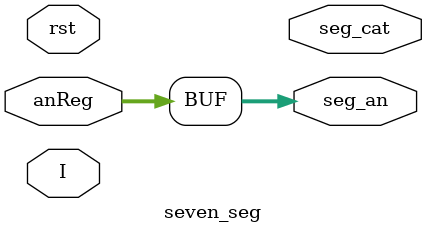
<source format=v>
`timescale 1ns / 1ps


module seven_seg(
    input [3:0]I,
    input rst,
    input [3:0]anReg,
    output reg [7:0]seg_cat,
    output reg [3:0]seg_an
    );
    
reg [7:0]catReg;
always @ (I, rst) begin
    if (rst) catReg = 7'b10000000;
    seg_an <= anReg;
    case(I)
        4'b0000: catReg <= 8'b11000000; //0
        4'b0001: catReg <= 8'b11111001; //1
        4'b0010: catReg <= 8'b10100100; //2
        4'b0011: catReg <= 8'b10110000; //3
        4'b0100: catReg <= 8'b10011001; //4
        4'b0101: catReg <= 8'b10010010; //5
        4'b0110: catReg <= 8'b10000010; //6
        4'b0111: catReg <= 8'b11111000; //7
        4'b1000: catReg <= 8'b10000000; //8
        4'b1001: catReg <= 8'b10010000; //9
        default: catReg <= 8'b11111111;
    endcase
end

endmodule

</source>
